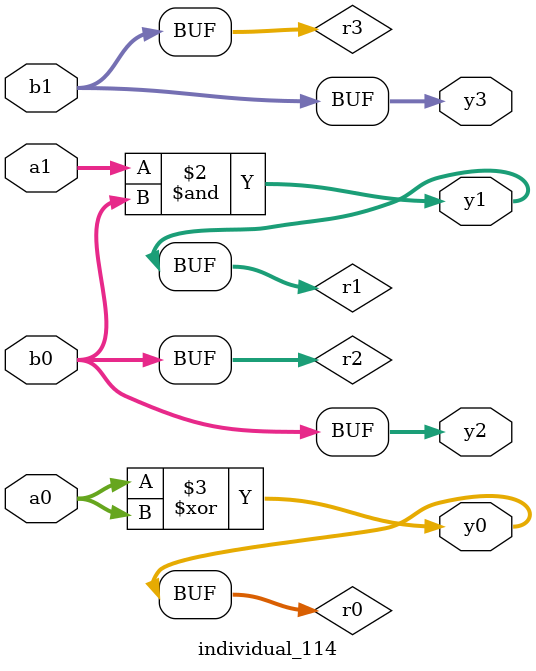
<source format=sv>
module individual_114(input logic [15:0] a1, input logic [15:0] a0, input logic [15:0] b1, input logic [15:0] b0, output logic [15:0] y3, output logic [15:0] y2, output logic [15:0] y1, output logic [15:0] y0);
logic [15:0] r0, r1, r2, r3; 
 always@(*) begin 
	 r0 = a0; r1 = a1; r2 = b0; r3 = b1; 
 	 r1  &=  r2 ;
 	 r0  ^=  a0 ;
 	 y3 = r3; y2 = r2; y1 = r1; y0 = r0; 
end
endmodule
</source>
